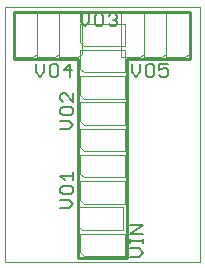
<source format=gto>
G75*
%MOIN*%
%OFA0B0*%
%FSLAX24Y24*%
%IPPOS*%
%LPD*%
%AMOC8*
5,1,8,0,0,1.08239X$1,22.5*
%
%ADD10C,0.0000*%
%ADD11C,0.0100*%
%ADD12C,0.0040*%
%ADD13C,0.0080*%
D10*
X002392Y002642D02*
X002392Y011142D01*
X008892Y011142D01*
X008892Y002642D01*
X002392Y002642D01*
D11*
X004829Y002767D02*
X006454Y002767D01*
X006454Y009392D01*
X008579Y009392D01*
X008579Y010954D01*
X002704Y010954D01*
X002704Y009392D01*
X004829Y009392D01*
X004829Y002767D01*
D12*
X005017Y002829D02*
X004892Y002954D01*
X004892Y003579D01*
X006392Y003579D01*
X006392Y002829D01*
X005017Y002829D01*
X004954Y003704D02*
X004829Y003829D01*
X004829Y004454D01*
X006329Y004454D01*
X006329Y003704D01*
X004954Y003704D01*
X005017Y004579D02*
X004892Y004704D01*
X004892Y005329D01*
X006392Y005329D01*
X006392Y004579D01*
X005017Y004579D01*
X005017Y005454D02*
X004892Y005579D01*
X004892Y006204D01*
X006392Y006204D01*
X006392Y005454D01*
X005017Y005454D01*
X005017Y006329D02*
X004892Y006454D01*
X004892Y007079D01*
X006392Y007079D01*
X006392Y006329D01*
X005017Y006329D01*
X005017Y007204D02*
X004892Y007329D01*
X004892Y007954D01*
X006392Y007954D01*
X006392Y007204D01*
X005017Y007204D01*
X005017Y008079D02*
X004892Y008204D01*
X004892Y008829D01*
X006392Y008829D01*
X006392Y008079D01*
X005017Y008079D01*
X005017Y008954D02*
X004892Y009079D01*
X004892Y009704D01*
X006392Y009704D01*
X006392Y008954D01*
X005017Y008954D01*
X004829Y009454D02*
X004954Y009579D01*
X004954Y010954D01*
X004204Y010954D01*
X004204Y009579D01*
X004079Y009454D01*
X003454Y009454D01*
X003454Y010954D01*
X003454Y009579D01*
X003329Y009454D01*
X002704Y009454D01*
X002704Y010954D01*
X003454Y010954D01*
X004204Y010954D01*
X004204Y009454D01*
X004829Y009454D01*
X005017Y009829D02*
X004892Y009954D01*
X004892Y010579D01*
X006392Y010579D01*
X006392Y009829D01*
X005017Y009829D01*
X006267Y009454D02*
X006267Y010954D01*
X007017Y010954D01*
X007767Y010954D01*
X008517Y010954D01*
X008517Y009579D01*
X008392Y009454D01*
X007767Y009454D01*
X007767Y010954D01*
X007767Y009579D01*
X007642Y009454D01*
X007017Y009454D01*
X007017Y010954D01*
X007017Y009579D01*
X006892Y009454D01*
X006267Y009454D01*
D13*
X006619Y009227D02*
X006619Y008947D01*
X006759Y008807D01*
X006899Y008947D01*
X006899Y009227D01*
X007080Y009157D02*
X007080Y008877D01*
X007150Y008807D01*
X007290Y008807D01*
X007360Y008877D01*
X007360Y009157D01*
X007290Y009227D01*
X007150Y009227D01*
X007080Y009157D01*
X007540Y009227D02*
X007540Y009017D01*
X007680Y009087D01*
X007750Y009087D01*
X007820Y009017D01*
X007820Y008877D01*
X007750Y008807D01*
X007610Y008807D01*
X007540Y008877D01*
X007540Y009227D02*
X007820Y009227D01*
X006133Y010564D02*
X006063Y010494D01*
X005923Y010494D01*
X005852Y010564D01*
X005993Y010704D02*
X006063Y010704D01*
X006133Y010774D01*
X006133Y010844D01*
X006063Y010915D01*
X005923Y010915D01*
X005852Y010844D01*
X006063Y010704D02*
X006133Y010634D01*
X006133Y010564D01*
X005672Y010564D02*
X005602Y010494D01*
X005462Y010494D01*
X005392Y010564D01*
X005392Y010844D01*
X005462Y010915D01*
X005602Y010915D01*
X005672Y010844D01*
X005672Y010564D01*
X005212Y010634D02*
X005212Y010915D01*
X004932Y010915D02*
X004932Y010634D01*
X005072Y010494D01*
X005212Y010634D01*
X004563Y009227D02*
X004352Y009017D01*
X004633Y009017D01*
X004563Y008807D02*
X004563Y009227D01*
X004172Y009157D02*
X004172Y008877D01*
X004102Y008807D01*
X003962Y008807D01*
X003892Y008877D01*
X003892Y009157D01*
X003962Y009227D01*
X004102Y009227D01*
X004172Y009157D01*
X003712Y009227D02*
X003712Y008947D01*
X003572Y008807D01*
X003432Y008947D01*
X003432Y009227D01*
X004314Y008258D02*
X004244Y008188D01*
X004244Y008048D01*
X004314Y007977D01*
X004314Y007797D02*
X004244Y007727D01*
X004244Y007587D01*
X004314Y007517D01*
X004594Y007517D01*
X004664Y007587D01*
X004664Y007727D01*
X004594Y007797D01*
X004314Y007797D01*
X004664Y007977D02*
X004384Y008258D01*
X004314Y008258D01*
X004664Y008258D02*
X004664Y007977D01*
X004524Y007337D02*
X004244Y007337D01*
X004244Y007057D02*
X004524Y007057D01*
X004664Y007197D01*
X004524Y007337D01*
X004664Y005633D02*
X004664Y005352D01*
X004664Y005493D02*
X004244Y005493D01*
X004384Y005352D01*
X004314Y005172D02*
X004244Y005102D01*
X004244Y004962D01*
X004314Y004892D01*
X004594Y004892D01*
X004664Y004962D01*
X004664Y005102D01*
X004594Y005172D01*
X004314Y005172D01*
X004244Y004712D02*
X004524Y004712D01*
X004664Y004572D01*
X004524Y004432D01*
X004244Y004432D01*
X006569Y003852D02*
X006989Y003852D01*
X006569Y003571D01*
X006989Y003571D01*
X006989Y003404D02*
X006989Y003264D01*
X006989Y003334D02*
X006569Y003334D01*
X006569Y003264D02*
X006569Y003404D01*
X006569Y003084D02*
X006849Y003084D01*
X006989Y002944D01*
X006849Y002804D01*
X006569Y002804D01*
M02*

</source>
